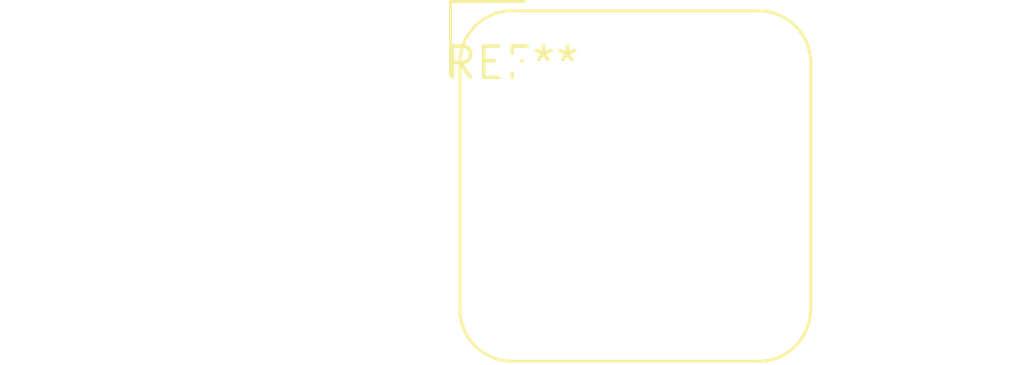
<source format=kicad_pcb>
(kicad_pcb (version 20240108) (generator pcbnew)
  (layers (0 "F.Cu" signal) (31 "B.Cu" signal) (34 "B.Paste" user) (35 "F.Paste" user) (36 "B.SilkS" user "B.Silkscreen") (37 "F.SilkS" user "F.Silkscreen") (38 "B.Mask" user) (39 "F.Mask" user) (44 "Edge.Cuts" user))
  (net 0 "")
  (footprint "Choke_Schaffner_RN102-04-14.0x14.0mm" (layer "F.Cu") (at 0 0)
    (property "Reference" "REF**")
    (property "Value" "Choke_Schaffner_RN102-04-14.0x14.0mm")
    (fp_line (start -2.5 -2.5) (end -2.5 0.5) (layer "F.SilkS") (stroke (width 0.12)))
    (fp_line (start -2.5 -2.5) (end 0.5 -2.5) (layer "F.SilkS") (stroke (width 0.12)))
    (fp_line (start -2.12 10) (end -2.12 0) (layer "F.SilkS") (stroke (width 0.12)))
    (fp_line (start 0 -2.12) (end 10 -2.12) (layer "F.SilkS") (stroke (width 0.12)))
    (fp_line (start 10 12.12) (end 0 12.12) (layer "F.SilkS") (stroke (width 0.12)))
    (fp_line (start 12.12 0) (end 12.12 10) (layer "F.SilkS") (stroke (width 0.12)))
    (fp_arc (start -2.12 0) (mid -1.499066 -1.499066) (end 0 -2.12) (layer "F.SilkS") (stroke (width 0.12)))
    (fp_arc (start 0 12.12) (mid -1.499066 11.499066) (end -2.12 10) (layer "F.SilkS") (stroke (width 0.12)))
    (fp_arc (start 10 -2.12) (mid 11.499066 -1.499066) (end 12.12 0) (layer "F.SilkS") (stroke (width 0.12)))
    (fp_arc (start 12.12 10) (mid 11.499066 11.499066) (end 10 12.12) (layer "F.SilkS") (stroke (width 0.12)))
    (pad "1" thru_hole rect (at 0 0) (size 2 2) (drill 0.7) (layers *.Cu *.Mask) (remove_unused_layers))
    (pad "2" thru_hole circle (at 10 0) (size 2 2) (drill 0.7) (layers *.Cu *.Mask) (remove_unused_layers))
    (pad "3" thru_hole circle (at 0 10) (size 2 2) (drill 0.7) (layers *.Cu *.Mask) (remove_unused_layers))
    (pad "4" thru_hole circle (at 10 10) (size 2 2) (drill 0.7) (layers *.Cu *.Mask) (remove_unused_layers))
  )
)
</source>
